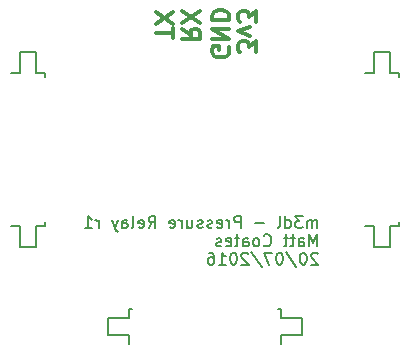
<source format=gbo>
G04 #@! TF.FileFunction,Legend,Bot*
%FSLAX46Y46*%
G04 Gerber Fmt 4.6, Leading zero omitted, Abs format (unit mm)*
G04 Created by KiCad (PCBNEW 4.0.2+e4-6225~38~ubuntu14.04.1-stable) date Wed 20 Jul 2016 03:53:55 BST*
%MOMM*%
G01*
G04 APERTURE LIST*
%ADD10C,0.100000*%
%ADD11C,0.150000*%
%ADD12C,0.300000*%
%ADD13R,2.220000X0.740000*%
%ADD14C,1.200000*%
%ADD15C,1.600000*%
%ADD16R,0.740000X2.220000*%
G04 APERTURE END LIST*
D10*
D11*
X109511905Y-106652381D02*
X109511905Y-105985714D01*
X109511905Y-106080952D02*
X109464286Y-106033333D01*
X109369048Y-105985714D01*
X109226190Y-105985714D01*
X109130952Y-106033333D01*
X109083333Y-106128571D01*
X109083333Y-106652381D01*
X109083333Y-106128571D02*
X109035714Y-106033333D01*
X108940476Y-105985714D01*
X108797619Y-105985714D01*
X108702381Y-106033333D01*
X108654762Y-106128571D01*
X108654762Y-106652381D01*
X108273810Y-105652381D02*
X107654762Y-105652381D01*
X107988096Y-106033333D01*
X107845238Y-106033333D01*
X107750000Y-106080952D01*
X107702381Y-106128571D01*
X107654762Y-106223810D01*
X107654762Y-106461905D01*
X107702381Y-106557143D01*
X107750000Y-106604762D01*
X107845238Y-106652381D01*
X108130953Y-106652381D01*
X108226191Y-106604762D01*
X108273810Y-106557143D01*
X106797619Y-106652381D02*
X106797619Y-105652381D01*
X106797619Y-106604762D02*
X106892857Y-106652381D01*
X107083334Y-106652381D01*
X107178572Y-106604762D01*
X107226191Y-106557143D01*
X107273810Y-106461905D01*
X107273810Y-106176190D01*
X107226191Y-106080952D01*
X107178572Y-106033333D01*
X107083334Y-105985714D01*
X106892857Y-105985714D01*
X106797619Y-106033333D01*
X106178572Y-106652381D02*
X106273810Y-106604762D01*
X106321429Y-106509524D01*
X106321429Y-105652381D01*
X105035714Y-106271429D02*
X104273809Y-106271429D01*
X103035714Y-106652381D02*
X103035714Y-105652381D01*
X102654761Y-105652381D01*
X102559523Y-105700000D01*
X102511904Y-105747619D01*
X102464285Y-105842857D01*
X102464285Y-105985714D01*
X102511904Y-106080952D01*
X102559523Y-106128571D01*
X102654761Y-106176190D01*
X103035714Y-106176190D01*
X102035714Y-106652381D02*
X102035714Y-105985714D01*
X102035714Y-106176190D02*
X101988095Y-106080952D01*
X101940476Y-106033333D01*
X101845238Y-105985714D01*
X101749999Y-105985714D01*
X101035713Y-106604762D02*
X101130951Y-106652381D01*
X101321428Y-106652381D01*
X101416666Y-106604762D01*
X101464285Y-106509524D01*
X101464285Y-106128571D01*
X101416666Y-106033333D01*
X101321428Y-105985714D01*
X101130951Y-105985714D01*
X101035713Y-106033333D01*
X100988094Y-106128571D01*
X100988094Y-106223810D01*
X101464285Y-106319048D01*
X100607142Y-106604762D02*
X100511904Y-106652381D01*
X100321428Y-106652381D01*
X100226189Y-106604762D01*
X100178570Y-106509524D01*
X100178570Y-106461905D01*
X100226189Y-106366667D01*
X100321428Y-106319048D01*
X100464285Y-106319048D01*
X100559523Y-106271429D01*
X100607142Y-106176190D01*
X100607142Y-106128571D01*
X100559523Y-106033333D01*
X100464285Y-105985714D01*
X100321428Y-105985714D01*
X100226189Y-106033333D01*
X99797618Y-106604762D02*
X99702380Y-106652381D01*
X99511904Y-106652381D01*
X99416665Y-106604762D01*
X99369046Y-106509524D01*
X99369046Y-106461905D01*
X99416665Y-106366667D01*
X99511904Y-106319048D01*
X99654761Y-106319048D01*
X99749999Y-106271429D01*
X99797618Y-106176190D01*
X99797618Y-106128571D01*
X99749999Y-106033333D01*
X99654761Y-105985714D01*
X99511904Y-105985714D01*
X99416665Y-106033333D01*
X98511903Y-105985714D02*
X98511903Y-106652381D01*
X98940475Y-105985714D02*
X98940475Y-106509524D01*
X98892856Y-106604762D01*
X98797618Y-106652381D01*
X98654760Y-106652381D01*
X98559522Y-106604762D01*
X98511903Y-106557143D01*
X98035713Y-106652381D02*
X98035713Y-105985714D01*
X98035713Y-106176190D02*
X97988094Y-106080952D01*
X97940475Y-106033333D01*
X97845237Y-105985714D01*
X97749998Y-105985714D01*
X97035712Y-106604762D02*
X97130950Y-106652381D01*
X97321427Y-106652381D01*
X97416665Y-106604762D01*
X97464284Y-106509524D01*
X97464284Y-106128571D01*
X97416665Y-106033333D01*
X97321427Y-105985714D01*
X97130950Y-105985714D01*
X97035712Y-106033333D01*
X96988093Y-106128571D01*
X96988093Y-106223810D01*
X97464284Y-106319048D01*
X95226188Y-106652381D02*
X95559522Y-106176190D01*
X95797617Y-106652381D02*
X95797617Y-105652381D01*
X95416664Y-105652381D01*
X95321426Y-105700000D01*
X95273807Y-105747619D01*
X95226188Y-105842857D01*
X95226188Y-105985714D01*
X95273807Y-106080952D01*
X95321426Y-106128571D01*
X95416664Y-106176190D01*
X95797617Y-106176190D01*
X94416664Y-106604762D02*
X94511902Y-106652381D01*
X94702379Y-106652381D01*
X94797617Y-106604762D01*
X94845236Y-106509524D01*
X94845236Y-106128571D01*
X94797617Y-106033333D01*
X94702379Y-105985714D01*
X94511902Y-105985714D01*
X94416664Y-106033333D01*
X94369045Y-106128571D01*
X94369045Y-106223810D01*
X94845236Y-106319048D01*
X93797617Y-106652381D02*
X93892855Y-106604762D01*
X93940474Y-106509524D01*
X93940474Y-105652381D01*
X92988092Y-106652381D02*
X92988092Y-106128571D01*
X93035711Y-106033333D01*
X93130949Y-105985714D01*
X93321426Y-105985714D01*
X93416664Y-106033333D01*
X92988092Y-106604762D02*
X93083330Y-106652381D01*
X93321426Y-106652381D01*
X93416664Y-106604762D01*
X93464283Y-106509524D01*
X93464283Y-106414286D01*
X93416664Y-106319048D01*
X93321426Y-106271429D01*
X93083330Y-106271429D01*
X92988092Y-106223810D01*
X92607140Y-105985714D02*
X92369045Y-106652381D01*
X92130949Y-105985714D02*
X92369045Y-106652381D01*
X92464283Y-106890476D01*
X92511902Y-106938095D01*
X92607140Y-106985714D01*
X90988092Y-106652381D02*
X90988092Y-105985714D01*
X90988092Y-106176190D02*
X90940473Y-106080952D01*
X90892854Y-106033333D01*
X90797616Y-105985714D01*
X90702377Y-105985714D01*
X89845234Y-106652381D02*
X90416663Y-106652381D01*
X90130949Y-106652381D02*
X90130949Y-105652381D01*
X90226187Y-105795238D01*
X90321425Y-105890476D01*
X90416663Y-105938095D01*
X109511905Y-108202381D02*
X109511905Y-107202381D01*
X109178571Y-107916667D01*
X108845238Y-107202381D01*
X108845238Y-108202381D01*
X107940476Y-108202381D02*
X107940476Y-107678571D01*
X107988095Y-107583333D01*
X108083333Y-107535714D01*
X108273810Y-107535714D01*
X108369048Y-107583333D01*
X107940476Y-108154762D02*
X108035714Y-108202381D01*
X108273810Y-108202381D01*
X108369048Y-108154762D01*
X108416667Y-108059524D01*
X108416667Y-107964286D01*
X108369048Y-107869048D01*
X108273810Y-107821429D01*
X108035714Y-107821429D01*
X107940476Y-107773810D01*
X107607143Y-107535714D02*
X107226191Y-107535714D01*
X107464286Y-107202381D02*
X107464286Y-108059524D01*
X107416667Y-108154762D01*
X107321429Y-108202381D01*
X107226191Y-108202381D01*
X107035714Y-107535714D02*
X106654762Y-107535714D01*
X106892857Y-107202381D02*
X106892857Y-108059524D01*
X106845238Y-108154762D01*
X106750000Y-108202381D01*
X106654762Y-108202381D01*
X104988094Y-108107143D02*
X105035713Y-108154762D01*
X105178570Y-108202381D01*
X105273808Y-108202381D01*
X105416666Y-108154762D01*
X105511904Y-108059524D01*
X105559523Y-107964286D01*
X105607142Y-107773810D01*
X105607142Y-107630952D01*
X105559523Y-107440476D01*
X105511904Y-107345238D01*
X105416666Y-107250000D01*
X105273808Y-107202381D01*
X105178570Y-107202381D01*
X105035713Y-107250000D01*
X104988094Y-107297619D01*
X104416666Y-108202381D02*
X104511904Y-108154762D01*
X104559523Y-108107143D01*
X104607142Y-108011905D01*
X104607142Y-107726190D01*
X104559523Y-107630952D01*
X104511904Y-107583333D01*
X104416666Y-107535714D01*
X104273808Y-107535714D01*
X104178570Y-107583333D01*
X104130951Y-107630952D01*
X104083332Y-107726190D01*
X104083332Y-108011905D01*
X104130951Y-108107143D01*
X104178570Y-108154762D01*
X104273808Y-108202381D01*
X104416666Y-108202381D01*
X103226189Y-108202381D02*
X103226189Y-107678571D01*
X103273808Y-107583333D01*
X103369046Y-107535714D01*
X103559523Y-107535714D01*
X103654761Y-107583333D01*
X103226189Y-108154762D02*
X103321427Y-108202381D01*
X103559523Y-108202381D01*
X103654761Y-108154762D01*
X103702380Y-108059524D01*
X103702380Y-107964286D01*
X103654761Y-107869048D01*
X103559523Y-107821429D01*
X103321427Y-107821429D01*
X103226189Y-107773810D01*
X102892856Y-107535714D02*
X102511904Y-107535714D01*
X102749999Y-107202381D02*
X102749999Y-108059524D01*
X102702380Y-108154762D01*
X102607142Y-108202381D01*
X102511904Y-108202381D01*
X101797617Y-108154762D02*
X101892855Y-108202381D01*
X102083332Y-108202381D01*
X102178570Y-108154762D01*
X102226189Y-108059524D01*
X102226189Y-107678571D01*
X102178570Y-107583333D01*
X102083332Y-107535714D01*
X101892855Y-107535714D01*
X101797617Y-107583333D01*
X101749998Y-107678571D01*
X101749998Y-107773810D01*
X102226189Y-107869048D01*
X101369046Y-108154762D02*
X101273808Y-108202381D01*
X101083332Y-108202381D01*
X100988093Y-108154762D01*
X100940474Y-108059524D01*
X100940474Y-108011905D01*
X100988093Y-107916667D01*
X101083332Y-107869048D01*
X101226189Y-107869048D01*
X101321427Y-107821429D01*
X101369046Y-107726190D01*
X101369046Y-107678571D01*
X101321427Y-107583333D01*
X101226189Y-107535714D01*
X101083332Y-107535714D01*
X100988093Y-107583333D01*
X109559524Y-108847619D02*
X109511905Y-108800000D01*
X109416667Y-108752381D01*
X109178571Y-108752381D01*
X109083333Y-108800000D01*
X109035714Y-108847619D01*
X108988095Y-108942857D01*
X108988095Y-109038095D01*
X109035714Y-109180952D01*
X109607143Y-109752381D01*
X108988095Y-109752381D01*
X108369048Y-108752381D02*
X108273809Y-108752381D01*
X108178571Y-108800000D01*
X108130952Y-108847619D01*
X108083333Y-108942857D01*
X108035714Y-109133333D01*
X108035714Y-109371429D01*
X108083333Y-109561905D01*
X108130952Y-109657143D01*
X108178571Y-109704762D01*
X108273809Y-109752381D01*
X108369048Y-109752381D01*
X108464286Y-109704762D01*
X108511905Y-109657143D01*
X108559524Y-109561905D01*
X108607143Y-109371429D01*
X108607143Y-109133333D01*
X108559524Y-108942857D01*
X108511905Y-108847619D01*
X108464286Y-108800000D01*
X108369048Y-108752381D01*
X106892857Y-108704762D02*
X107750000Y-109990476D01*
X106369048Y-108752381D02*
X106273809Y-108752381D01*
X106178571Y-108800000D01*
X106130952Y-108847619D01*
X106083333Y-108942857D01*
X106035714Y-109133333D01*
X106035714Y-109371429D01*
X106083333Y-109561905D01*
X106130952Y-109657143D01*
X106178571Y-109704762D01*
X106273809Y-109752381D01*
X106369048Y-109752381D01*
X106464286Y-109704762D01*
X106511905Y-109657143D01*
X106559524Y-109561905D01*
X106607143Y-109371429D01*
X106607143Y-109133333D01*
X106559524Y-108942857D01*
X106511905Y-108847619D01*
X106464286Y-108800000D01*
X106369048Y-108752381D01*
X105702381Y-108752381D02*
X105035714Y-108752381D01*
X105464286Y-109752381D01*
X103940476Y-108704762D02*
X104797619Y-109990476D01*
X103654762Y-108847619D02*
X103607143Y-108800000D01*
X103511905Y-108752381D01*
X103273809Y-108752381D01*
X103178571Y-108800000D01*
X103130952Y-108847619D01*
X103083333Y-108942857D01*
X103083333Y-109038095D01*
X103130952Y-109180952D01*
X103702381Y-109752381D01*
X103083333Y-109752381D01*
X102464286Y-108752381D02*
X102369047Y-108752381D01*
X102273809Y-108800000D01*
X102226190Y-108847619D01*
X102178571Y-108942857D01*
X102130952Y-109133333D01*
X102130952Y-109371429D01*
X102178571Y-109561905D01*
X102226190Y-109657143D01*
X102273809Y-109704762D01*
X102369047Y-109752381D01*
X102464286Y-109752381D01*
X102559524Y-109704762D01*
X102607143Y-109657143D01*
X102654762Y-109561905D01*
X102702381Y-109371429D01*
X102702381Y-109133333D01*
X102654762Y-108942857D01*
X102607143Y-108847619D01*
X102559524Y-108800000D01*
X102464286Y-108752381D01*
X101178571Y-109752381D02*
X101750000Y-109752381D01*
X101464286Y-109752381D02*
X101464286Y-108752381D01*
X101559524Y-108895238D01*
X101654762Y-108990476D01*
X101750000Y-109038095D01*
X100321428Y-108752381D02*
X100511905Y-108752381D01*
X100607143Y-108800000D01*
X100654762Y-108847619D01*
X100750000Y-108990476D01*
X100797619Y-109180952D01*
X100797619Y-109561905D01*
X100750000Y-109657143D01*
X100702381Y-109704762D01*
X100607143Y-109752381D01*
X100416666Y-109752381D01*
X100321428Y-109704762D01*
X100273809Y-109657143D01*
X100226190Y-109561905D01*
X100226190Y-109323810D01*
X100273809Y-109228571D01*
X100321428Y-109180952D01*
X100416666Y-109133333D01*
X100607143Y-109133333D01*
X100702381Y-109180952D01*
X100750000Y-109228571D01*
X100797619Y-109323810D01*
D12*
X104321429Y-91785714D02*
X104321429Y-90857143D01*
X103750000Y-91357143D01*
X103750000Y-91142857D01*
X103678571Y-91000000D01*
X103607143Y-90928571D01*
X103464286Y-90857143D01*
X103107143Y-90857143D01*
X102964286Y-90928571D01*
X102892857Y-91000000D01*
X102821429Y-91142857D01*
X102821429Y-91571429D01*
X102892857Y-91714286D01*
X102964286Y-91785714D01*
X103821429Y-90357143D02*
X102821429Y-90000000D01*
X103821429Y-89642858D01*
X104321429Y-89214286D02*
X104321429Y-88285715D01*
X103750000Y-88785715D01*
X103750000Y-88571429D01*
X103678571Y-88428572D01*
X103607143Y-88357143D01*
X103464286Y-88285715D01*
X103107143Y-88285715D01*
X102964286Y-88357143D01*
X102892857Y-88428572D01*
X102821429Y-88571429D01*
X102821429Y-89000001D01*
X102892857Y-89142858D01*
X102964286Y-89214286D01*
X102000000Y-91357143D02*
X102071429Y-91500000D01*
X102071429Y-91714286D01*
X102000000Y-91928571D01*
X101857143Y-92071429D01*
X101714286Y-92142857D01*
X101428571Y-92214286D01*
X101214286Y-92214286D01*
X100928571Y-92142857D01*
X100785714Y-92071429D01*
X100642857Y-91928571D01*
X100571429Y-91714286D01*
X100571429Y-91571429D01*
X100642857Y-91357143D01*
X100714286Y-91285714D01*
X101214286Y-91285714D01*
X101214286Y-91571429D01*
X100571429Y-90642857D02*
X102071429Y-90642857D01*
X100571429Y-89785714D01*
X102071429Y-89785714D01*
X100571429Y-89071428D02*
X102071429Y-89071428D01*
X102071429Y-88714285D01*
X102000000Y-88500000D01*
X101857143Y-88357142D01*
X101714286Y-88285714D01*
X101428571Y-88214285D01*
X101214286Y-88214285D01*
X100928571Y-88285714D01*
X100785714Y-88357142D01*
X100642857Y-88500000D01*
X100571429Y-88714285D01*
X100571429Y-89071428D01*
X98071429Y-89785714D02*
X98785714Y-90285714D01*
X98071429Y-90642857D02*
X99571429Y-90642857D01*
X99571429Y-90071429D01*
X99500000Y-89928571D01*
X99428571Y-89857143D01*
X99285714Y-89785714D01*
X99071429Y-89785714D01*
X98928571Y-89857143D01*
X98857143Y-89928571D01*
X98785714Y-90071429D01*
X98785714Y-90642857D01*
X99571429Y-89285714D02*
X98071429Y-88285714D01*
X99571429Y-88285714D02*
X98071429Y-89285714D01*
X97321429Y-90607143D02*
X97321429Y-89750000D01*
X95821429Y-90178571D02*
X97321429Y-90178571D01*
X97321429Y-89392857D02*
X95821429Y-88392857D01*
X97321429Y-88392857D02*
X95821429Y-89392857D01*
D11*
X83550000Y-106465000D02*
X84315000Y-106465000D01*
X84315000Y-106465000D02*
X84315000Y-108245000D01*
X84315000Y-108245000D02*
X85685000Y-108245000D01*
X85685000Y-108245000D02*
X85685000Y-106465000D01*
X85685000Y-106465000D02*
X86450000Y-106465000D01*
X86450000Y-106465000D02*
X86450000Y-106165000D01*
X86450000Y-93835000D02*
X86450000Y-93535000D01*
X86450000Y-93535000D02*
X85685000Y-93535000D01*
X85685000Y-93535000D02*
X85685000Y-91755000D01*
X85685000Y-91755000D02*
X84315000Y-91755000D01*
X84315000Y-91755000D02*
X84315000Y-93535000D01*
X84315000Y-93535000D02*
X83550000Y-93535000D01*
X113550000Y-106465000D02*
X114315000Y-106465000D01*
X114315000Y-106465000D02*
X114315000Y-108245000D01*
X114315000Y-108245000D02*
X115685000Y-108245000D01*
X115685000Y-108245000D02*
X115685000Y-106465000D01*
X115685000Y-106465000D02*
X116450000Y-106465000D01*
X116450000Y-106465000D02*
X116450000Y-106165000D01*
X116450000Y-93835000D02*
X116450000Y-93535000D01*
X116450000Y-93535000D02*
X115685000Y-93535000D01*
X115685000Y-93535000D02*
X115685000Y-91755000D01*
X115685000Y-91755000D02*
X114315000Y-91755000D01*
X114315000Y-91755000D02*
X114315000Y-93535000D01*
X114315000Y-93535000D02*
X113550000Y-93535000D01*
X106465000Y-116450000D02*
X106465000Y-115685000D01*
X106465000Y-115685000D02*
X108245000Y-115685000D01*
X108245000Y-115685000D02*
X108245000Y-114315000D01*
X108245000Y-114315000D02*
X106465000Y-114315000D01*
X106465000Y-114315000D02*
X106465000Y-113550000D01*
X106465000Y-113550000D02*
X106165000Y-113550000D01*
X93835000Y-113550000D02*
X93535000Y-113550000D01*
X93535000Y-113550000D02*
X93535000Y-114315000D01*
X93535000Y-114315000D02*
X91755000Y-114315000D01*
X91755000Y-114315000D02*
X91755000Y-115685000D01*
X91755000Y-115685000D02*
X93535000Y-115685000D01*
X93535000Y-115685000D02*
X93535000Y-116450000D01*
%LPC*%
D13*
X83635000Y-94285000D03*
X86365000Y-94285000D03*
X83635000Y-95555000D03*
X86365000Y-95555000D03*
X83635000Y-96825000D03*
X86365000Y-96825000D03*
X83635000Y-98095000D03*
X86365000Y-98095000D03*
X83635000Y-99365000D03*
X86365000Y-99365000D03*
X83635000Y-100635000D03*
X86365000Y-100635000D03*
X83635000Y-101905000D03*
X86365000Y-101905000D03*
X83635000Y-103175000D03*
X86365000Y-103175000D03*
X83635000Y-104445000D03*
X86365000Y-104445000D03*
X83635000Y-105715000D03*
X86365000Y-105715000D03*
D14*
X85000000Y-107305000D03*
X85000000Y-92695000D03*
X104500000Y-93400000D03*
X95500000Y-93400000D03*
D15*
X103000000Y-95500000D03*
X101000000Y-95500000D03*
X99000000Y-95500000D03*
X97000000Y-95500000D03*
D13*
X113635000Y-94285000D03*
X116365000Y-94285000D03*
X113635000Y-95555000D03*
X116365000Y-95555000D03*
X113635000Y-96825000D03*
X116365000Y-96825000D03*
X113635000Y-98095000D03*
X116365000Y-98095000D03*
X113635000Y-99365000D03*
X116365000Y-99365000D03*
X113635000Y-100635000D03*
X116365000Y-100635000D03*
X113635000Y-101905000D03*
X116365000Y-101905000D03*
X113635000Y-103175000D03*
X116365000Y-103175000D03*
X113635000Y-104445000D03*
X116365000Y-104445000D03*
X113635000Y-105715000D03*
X116365000Y-105715000D03*
D14*
X115000000Y-107305000D03*
X115000000Y-92695000D03*
D16*
X94285000Y-116365000D03*
X94285000Y-113635000D03*
X95555000Y-116365000D03*
X95555000Y-113635000D03*
X96825000Y-116365000D03*
X96825000Y-113635000D03*
X98095000Y-116365000D03*
X98095000Y-113635000D03*
X99365000Y-116365000D03*
X99365000Y-113635000D03*
X100635000Y-116365000D03*
X100635000Y-113635000D03*
X101905000Y-116365000D03*
X101905000Y-113635000D03*
X103175000Y-116365000D03*
X103175000Y-113635000D03*
X104445000Y-116365000D03*
X104445000Y-113635000D03*
X105715000Y-116365000D03*
X105715000Y-113635000D03*
D14*
X107305000Y-115000000D03*
X92695000Y-115000000D03*
M02*

</source>
